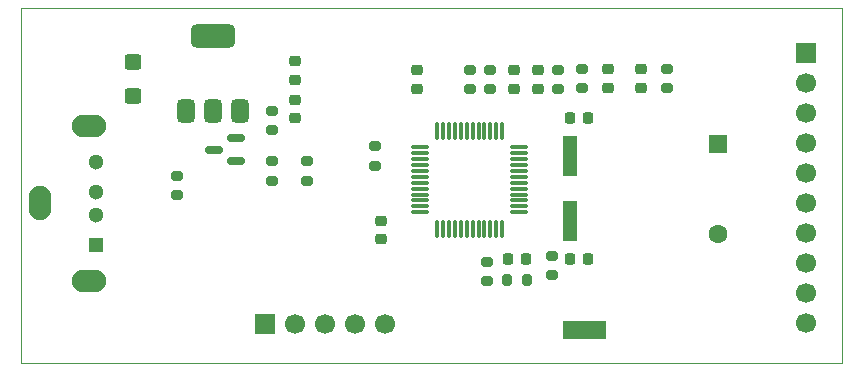
<source format=gbr>
%TF.GenerationSoftware,KiCad,Pcbnew,9.0.2*%
%TF.CreationDate,2025-10-23T03:25:40+03:00*%
%TF.ProjectId,stlinkv2,73746c69-6e6b-4763-922e-6b696361645f,rev?*%
%TF.SameCoordinates,Original*%
%TF.FileFunction,Soldermask,Top*%
%TF.FilePolarity,Negative*%
%FSLAX46Y46*%
G04 Gerber Fmt 4.6, Leading zero omitted, Abs format (unit mm)*
G04 Created by KiCad (PCBNEW 9.0.2) date 2025-10-23 03:25:40*
%MOMM*%
%LPD*%
G01*
G04 APERTURE LIST*
G04 Aperture macros list*
%AMRoundRect*
0 Rectangle with rounded corners*
0 $1 Rounding radius*
0 $2 $3 $4 $5 $6 $7 $8 $9 X,Y pos of 4 corners*
0 Add a 4 corners polygon primitive as box body*
4,1,4,$2,$3,$4,$5,$6,$7,$8,$9,$2,$3,0*
0 Add four circle primitives for the rounded corners*
1,1,$1+$1,$2,$3*
1,1,$1+$1,$4,$5*
1,1,$1+$1,$6,$7*
1,1,$1+$1,$8,$9*
0 Add four rect primitives between the rounded corners*
20,1,$1+$1,$2,$3,$4,$5,0*
20,1,$1+$1,$4,$5,$6,$7,0*
20,1,$1+$1,$6,$7,$8,$9,0*
20,1,$1+$1,$8,$9,$2,$3,0*%
G04 Aperture macros list end*
%ADD10RoundRect,0.225000X-0.250000X0.225000X-0.250000X-0.225000X0.250000X-0.225000X0.250000X0.225000X0*%
%ADD11R,1.300000X1.300000*%
%ADD12C,1.300000*%
%ADD13O,2.900000X1.900000*%
%ADD14O,1.900000X2.900000*%
%ADD15R,1.700000X1.700000*%
%ADD16C,1.700000*%
%ADD17RoundRect,0.200000X0.275000X-0.200000X0.275000X0.200000X-0.275000X0.200000X-0.275000X-0.200000X0*%
%ADD18RoundRect,0.250000X-0.450000X0.400000X-0.450000X-0.400000X0.450000X-0.400000X0.450000X0.400000X0*%
%ADD19RoundRect,0.200000X-0.275000X0.200000X-0.275000X-0.200000X0.275000X-0.200000X0.275000X0.200000X0*%
%ADD20RoundRect,0.225000X0.250000X-0.225000X0.250000X0.225000X-0.250000X0.225000X-0.250000X-0.225000X0*%
%ADD21R,1.000000X1.500000*%
%ADD22RoundRect,0.225000X-0.225000X-0.250000X0.225000X-0.250000X0.225000X0.250000X-0.225000X0.250000X0*%
%ADD23R,1.200000X3.500000*%
%ADD24RoundRect,0.218750X-0.256250X0.218750X-0.256250X-0.218750X0.256250X-0.218750X0.256250X0.218750X0*%
%ADD25RoundRect,0.200000X0.200000X0.275000X-0.200000X0.275000X-0.200000X-0.275000X0.200000X-0.275000X0*%
%ADD26RoundRect,0.375000X0.375000X-0.625000X0.375000X0.625000X-0.375000X0.625000X-0.375000X-0.625000X0*%
%ADD27RoundRect,0.500000X1.400000X-0.500000X1.400000X0.500000X-1.400000X0.500000X-1.400000X-0.500000X0*%
%ADD28RoundRect,0.075000X0.662500X0.075000X-0.662500X0.075000X-0.662500X-0.075000X0.662500X-0.075000X0*%
%ADD29RoundRect,0.075000X0.075000X0.662500X-0.075000X0.662500X-0.075000X-0.662500X0.075000X-0.662500X0*%
%ADD30RoundRect,0.150000X0.587500X0.150000X-0.587500X0.150000X-0.587500X-0.150000X0.587500X-0.150000X0*%
%ADD31RoundRect,0.218750X0.256250X-0.218750X0.256250X0.218750X-0.256250X0.218750X-0.256250X-0.218750X0*%
%ADD32RoundRect,0.250000X-0.550000X0.550000X-0.550000X-0.550000X0.550000X-0.550000X0.550000X0.550000X0*%
%ADD33C,1.600000*%
%TA.AperFunction,Profile*%
%ADD34C,0.050000*%
%TD*%
G04 APERTURE END LIST*
%TO.C,JP1*%
G36*
X97950000Y-45500000D02*
G01*
X99550000Y-45500000D01*
X99550000Y-47000000D01*
X97950000Y-47000000D01*
X97950000Y-45500000D01*
G37*
%TD*%
D10*
%TO.C,C8*%
X74250000Y-26725000D03*
X74250000Y-28275000D03*
%TD*%
%TO.C,C7*%
X92750000Y-24225000D03*
X92750000Y-25775000D03*
%TD*%
D11*
%TO.C,J4*%
X57385000Y-39000000D03*
D12*
X57385000Y-36500000D03*
X57385000Y-34500000D03*
X57385000Y-32000000D03*
D13*
X56785000Y-42070000D03*
D14*
X52605000Y-35500000D03*
D13*
X56785000Y-28930000D03*
%TD*%
D15*
%TO.C,J2*%
X71670000Y-45750000D03*
D16*
X74210000Y-45750000D03*
X76750000Y-45750000D03*
X79290000Y-45750000D03*
X81830000Y-45750000D03*
%TD*%
D17*
%TO.C,R5*%
X90750000Y-25825000D03*
X90750000Y-24175000D03*
%TD*%
D18*
%TO.C,D3*%
X60500000Y-23550000D03*
X60500000Y-26450000D03*
%TD*%
D19*
%TO.C,R9*%
X105750000Y-24100000D03*
X105750000Y-25750000D03*
%TD*%
D20*
%TO.C,C4*%
X81500000Y-38525000D03*
X81500000Y-36975000D03*
%TD*%
D21*
%TO.C,JP1*%
X97450000Y-46250000D03*
X98750000Y-46250000D03*
X100050000Y-46250000D03*
%TD*%
D20*
%TO.C,C9*%
X74250000Y-25025000D03*
X74250000Y-23475000D03*
%TD*%
D22*
%TO.C,C5*%
X92225000Y-40250000D03*
X93775000Y-40250000D03*
%TD*%
D23*
%TO.C,Y1*%
X97500000Y-37000000D03*
X97500000Y-31500000D03*
%TD*%
D19*
%TO.C,R10*%
X75250000Y-31925000D03*
X75250000Y-33575000D03*
%TD*%
D24*
%TO.C,D1*%
X103500000Y-24137500D03*
X103500000Y-25712500D03*
%TD*%
D25*
%TO.C,R3*%
X93825000Y-42000000D03*
X92175000Y-42000000D03*
%TD*%
D19*
%TO.C,R1*%
X96500000Y-24175000D03*
X96500000Y-25825000D03*
%TD*%
D17*
%TO.C,R2*%
X90500000Y-42075000D03*
X90500000Y-40425000D03*
%TD*%
D26*
%TO.C,U2*%
X64950000Y-27650000D03*
X67250000Y-27650000D03*
D27*
X67250000Y-21350000D03*
D26*
X69550000Y-27650000D03*
%TD*%
D17*
%TO.C,R8*%
X98500000Y-25750000D03*
X98500000Y-24100000D03*
%TD*%
%TO.C,R7*%
X89000000Y-25825000D03*
X89000000Y-24175000D03*
%TD*%
D20*
%TO.C,C1*%
X94750000Y-25775000D03*
X94750000Y-24225000D03*
%TD*%
D10*
%TO.C,C6*%
X84500000Y-24225000D03*
X84500000Y-25775000D03*
%TD*%
D17*
%TO.C,R11*%
X72250000Y-29325000D03*
X72250000Y-27675000D03*
%TD*%
D15*
%TO.C,J1*%
X117500000Y-22750000D03*
D16*
X117500000Y-25290000D03*
X117500000Y-27830000D03*
X117500000Y-30370000D03*
X117500000Y-32910000D03*
X117500000Y-35450000D03*
X117500000Y-37990000D03*
X117500000Y-40530000D03*
X117500000Y-43070000D03*
X117500000Y-45610000D03*
%TD*%
D17*
%TO.C,R13*%
X64250000Y-34825000D03*
X64250000Y-33175000D03*
%TD*%
D28*
%TO.C,U1*%
X93162500Y-36250000D03*
X93162500Y-35750000D03*
X93162500Y-35250000D03*
X93162500Y-34750000D03*
X93162500Y-34250000D03*
X93162500Y-33750000D03*
X93162500Y-33250000D03*
X93162500Y-32750000D03*
X93162500Y-32250000D03*
X93162500Y-31750000D03*
X93162500Y-31250000D03*
X93162500Y-30750000D03*
D29*
X91750000Y-29337500D03*
X91250000Y-29337500D03*
X90750000Y-29337500D03*
X90250000Y-29337500D03*
X89750000Y-29337500D03*
X89250000Y-29337500D03*
X88750000Y-29337500D03*
X88250000Y-29337500D03*
X87750000Y-29337500D03*
X87250000Y-29337500D03*
X86750000Y-29337500D03*
X86250000Y-29337500D03*
D28*
X84837500Y-30750000D03*
X84837500Y-31250000D03*
X84837500Y-31750000D03*
X84837500Y-32250000D03*
X84837500Y-32750000D03*
X84837500Y-33250000D03*
X84837500Y-33750000D03*
X84837500Y-34250000D03*
X84837500Y-34750000D03*
X84837500Y-35250000D03*
X84837500Y-35750000D03*
X84837500Y-36250000D03*
D29*
X86250000Y-37662500D03*
X86750000Y-37662500D03*
X87250000Y-37662500D03*
X87750000Y-37662500D03*
X88250000Y-37662500D03*
X88750000Y-37662500D03*
X89250000Y-37662500D03*
X89750000Y-37662500D03*
X90250000Y-37662500D03*
X90750000Y-37662500D03*
X91250000Y-37662500D03*
X91750000Y-37662500D03*
%TD*%
D17*
%TO.C,R12*%
X72250000Y-33575000D03*
X72250000Y-31925000D03*
%TD*%
%TO.C,R6*%
X81000000Y-32325000D03*
X81000000Y-30675000D03*
%TD*%
D30*
%TO.C,Q1*%
X69250000Y-31900000D03*
X69250000Y-30000000D03*
X67375000Y-30950000D03*
%TD*%
D22*
%TO.C,C3*%
X97475000Y-28250000D03*
X99025000Y-28250000D03*
%TD*%
D31*
%TO.C,D2*%
X100750000Y-25712500D03*
X100750000Y-24137500D03*
%TD*%
D22*
%TO.C,C2*%
X97475000Y-40250000D03*
X99025000Y-40250000D03*
%TD*%
D32*
%TO.C,SW1*%
X110000000Y-30500000D03*
D33*
X110000000Y-38120000D03*
%TD*%
D19*
%TO.C,R4*%
X96000000Y-39925000D03*
X96000000Y-41575000D03*
%TD*%
D34*
X51000000Y-19000000D02*
X120500000Y-19000000D01*
X120500000Y-49000000D01*
X51000000Y-49000000D01*
X51000000Y-19000000D01*
M02*

</source>
